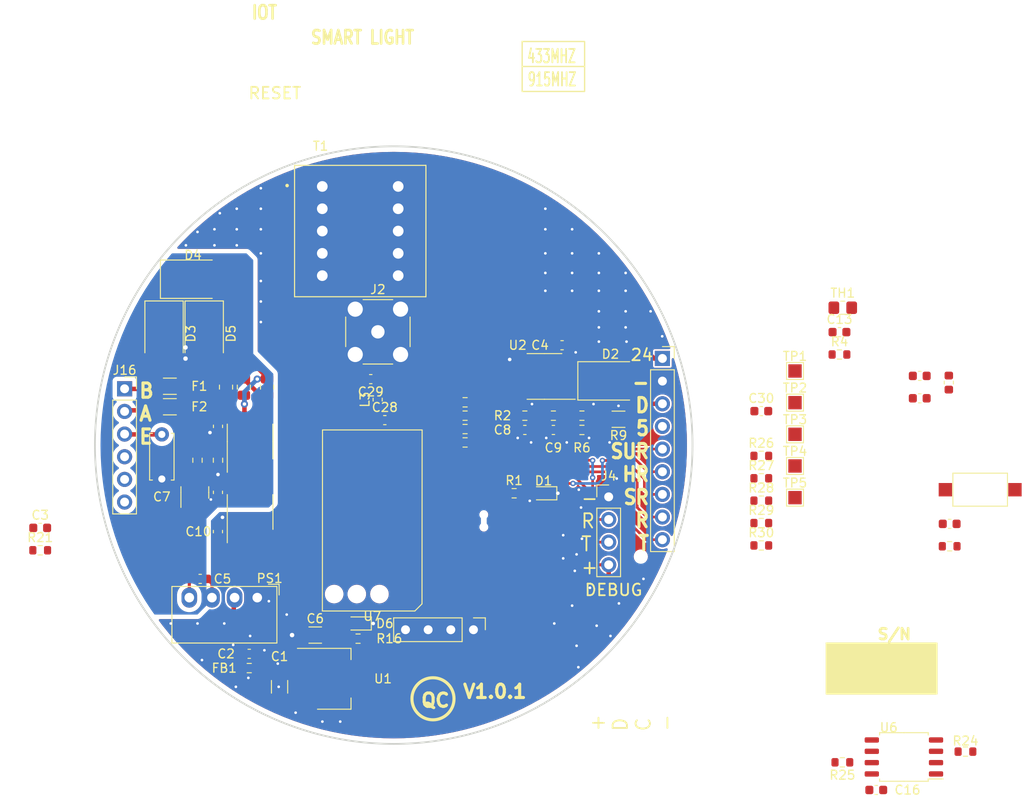
<source format=kicad_pcb>
(kicad_pcb (version 20221018) (generator pcbnew)
  (layers (0 "F.Cu" signal) (31 "B.Cu" signal) (34 "B.Paste" user) (35 "F.Paste" user) (36 "B.SilkS" user "B.Silkscreen") (37 "F.SilkS" user "F.Silkscreen") (38 "B.Mask" user) (39 "F.Mask" user) (44 "Edge.Cuts" user))
  (net 0 "")
  (net 1 "GNDPWR")
  (net 2 "Net-(PS1-+Vin)")
  (net 3 "GND3")
  (net 4 "+5VP")
  (net 5 "+3.3V")
  (net 6 "Net-(C8-Pad2)")
  (net 7 "Net-(U2A-+)")
  (net 8 "/B")
  (net 9 "/A")
  (net 10 "+5VD")
  (net 11 "/NRST")
  (net 12 "Earth_Protective")
  (net 13 "/DIM10V")
  (net 14 "/SURGE_PULSE")
  (net 15 "/ANT")
  (net 16 "/H_RELAY")
  (net 17 "/S_RELAY")
  (net 18 "Net-(D1-A)")
  (net 19 "Net-(D2-K)")
  (net 20 "/B_RS485")
  (net 21 "/A_RS485")
  (net 22 "Net-(C29-Pad1)")
  (net 23 "Net-(Q1-B)")
  (net 24 "/DE_RS485")
  (net 25 "/RUN_LED")
  (net 26 "/PWM_DAC")
  (net 27 "Net-(U2A--)")
  (net 28 "/TX_RS485")
  (net 29 "Net-(U2B--)")
  (net 30 "/RX_RS485")
  (net 31 "/SWDIO")
  (net 32 "/SWCLK")
  (net 33 "Net-(J2-In)")
  (net 34 "/DS18B20")
  (net 35 "/NTC")
  (net 37 "/RX")
  (net 38 "+24V")
  (net 41 "Net-(D6-A)")
  (net 42 "/TX")
  (net 43 "/UART2_TX")
  (net 44 "/HRE")
  (net 45 "/UART2_RX")
  (net 46 "/HLW_RX")
  (net 47 "/HLW_TX")
  (net 48 "/UART1_RX")
  (net 49 "/UART1_TX")
  (net 50 "/SRE")
  (net 51 "/SURGE")
  (net 52 "/FLASH_WP")
  (net 53 "/FLASH_HOLD")
  (net 54 "/FLASH_SCK")
  (net 55 "/FLASH_MISO")
  (net 56 "/FLASH_MOSI")
  (net 57 "/FLASH_CS")
  (net 64 "Net-(R21-Pad1)")
  (net 65 "+3.3VP")
  (net 66 "+5V")
  (net 68 "/ADC_NTC")
  (footprint "Resistor_SMD:R_0603_1608Metric" (layer "F.Cu") (at 254.11 76.27)
    (fp_text reference "R27")
    (fp_text value "10K")
  )
  (footprint "Capacitor_SMD:C_1206_3216Metric" (layer "F.Cu") (at 200.1 99.65 -90)
    (fp_text reference "C1")
    (fp_text value "10uF")
  )
  (footprint "Converter_DCDC:Converter_DCDC_Murata_MEE1SxxxxSC_THT" (layer "F.Cu") (at 197.6 89.65 -90)
    (fp_text reference "PS1")
    (fp_text value "MEE1S0505SC")
  )
  (footprint "Capacitor_SMD:C_0603_1608Metric" (layer "F.Cu") (at 211.9 69.75)
    (fp_text reference "C28")
    (fp_text value "7pF")
  )
  (footprint "TestPoint:TestPoint_Pad_1.5x1.5mm" (layer "F.Cu") (at 257.89 71.34)
    (fp_text reference "TP3")
    (fp_text value "GND")
  )
  (footprint "Package_SO:SOIC-8_5.23x5.23mm_P1.27mm" (layer "F.Cu") (at 270.1 107.515 180)
    (fp_text reference "U6")
    (fp_text value "W25Q32JVSS")
  )
  (footprint "Resistor_SMD:R_0805_2012Metric" (layer "F.Cu") (at 196.0975 66.0475 -90)
    (fp_text reference "R12" hide)
    (fp_text value "220R")
  )
  (footprint "Resistor_SMD:R_0603_1608Metric" (layer "F.Cu") (at 220.9 72.25 180)
    (fp_text reference "R18" hide)
    (fp_text value "0R")
  )
  (footprint "Capacitor_SMD:C_0603_1608Metric" (layer "F.Cu") (at 267 111.215)
    (fp_text reference "C16")
    (fp_text value "100nF")
  )
  (footprint "Resistor_SMD:R_0603_1608Metric" (layer "F.Cu") (at 226.4 77.95)
    (fp_text reference "R1")
    (fp_text value "10K")
  )
  (footprint "Capacitor_SMD:C_0603_1608Metric" (layer "F.Cu") (at 191.2 87.55 180)
    (fp_text reference "C5")
    (fp_text value "4.7uF")
  )
  (footprint "Package_SO:SOP-8_3.9x4.9mm_P1.27mm" (layer "F.Cu") (at 196.7975 80.0475 90)
    (fp_text reference "U3" hide)
    (fp_text value "CA-IS3722")
  )
  (footprint "Diode_SMD:D_SMB" (layer "F.Cu") (at 190.4 53.95)
    (fp_text reference "D4")
    (fp_text value "SMBJ5.0CA")
  )
  (footprint "Capacitor_SMD:C_0603_1608Metric" (layer "F.Cu") (at 193.1975 70.4475 -90)
    (fp_text reference "C12" hide)
    (fp_text value "100nF")
  )
  (footprint "Capacitor_SMD:C_1206_3216Metric" (layer "F.Cu") (at 204.1 93.85)
    (fp_text reference "C6")
    (fp_text value "10uF")
  )
  (footprint "Inductor_SMD:L_0603_1608Metric" (layer "F.Cu") (at 275.135 65.54 -90)
    (fp_text reference "FB3" hide)
    (fp_text value "FerriteBead")
  )
  (footprint "Resistor_SMD:R_0603_1608Metric" (layer "F.Cu") (at 254.11 83.8)
    (fp_text reference "R30")
    (fp_text value "22R")
  )
  (footprint "Capacitor_SMD:C_0603_1608Metric" (layer "F.Cu") (at 227.6 70.85)
    (fp_text reference "C8")
    (fp_text value "1uF")
  )
  (footprint "Resistor_SMD:R_0603_1608Metric" (layer "F.Cu") (at 277 106.915)
    (fp_text reference "R24")
    (fp_text value "2.2K")
  )
  (footprint "Resistor_SMD:R_0805_2012Metric" (layer "F.Cu") (at 198.6975 66.0475 -90)
    (fp_text reference "R11" hide)
    (fp_text value "220R")
  )
  (footprint "Resistor_SMD:R_0603_1608Metric" (layer "F.Cu") (at 220.9 67.75 180)
    (fp_text reference "R17" hide)
    (fp_text value "0R")
  )
  (footprint "Diode_SMD:D_SMB" (layer "F.Cu") (at 191.65 60.05 -90)
    (fp_text reference "D5")
    (fp_text value "SMBJ5.0CA")
  )
  (footprint "Resistor_SMD:R_0603_1608Metric" (layer "F.Cu") (at 190.8975 74.2475 -90)
    (fp_text reference "R7" hide)
    (fp_text value "6.8K")
  )
  (footprint "Capacitor_THT:C_Disc_D5.0mm_W2.5mm_P5.00mm" (layer "F.Cu") (at 186.9 76.35 90)
    (fp_text reference "C7")
    (fp_text value "4.7nF")
  )
  (footprint "Capacitor_SMD:C_0603_1608Metric" (layer "F.Cu") (at 210.325 65.15 180)
    (fp_text reference "C29")
    (fp_text value "7pF")
  )
  (footprint "Capacitor_SMD:C_0603_1608Metric" (layer "F.Cu") (at 271.875 64.79 180)
    (fp_text reference "C14" hide)
    (fp_text value "100nF")
  )
  (footprint "Capacitor_SMD:C_0603_1608Metric" (layer "F.Cu") (at 231.775 61.35)
    (fp_text reference "C4")
    (fp_text value "100nF")
  )
  (footprint "Resistor_SMD:R_0603_1608Metric" (layer "F.Cu") (at 230.8 69.25)
    (fp_text reference "R3" hide)
    (fp_text value "10K")
  )
  (footprint "Diode_SMD:D_SMB" (layer "F.Cu") (at 237.2 65.35)
    (fp_text reference "D2")
    (fp_text value "SMBJ12A")
  )
  (footprint "Package_SO:SOIC-8_3.9x4.9mm_P1.27mm" (layer "F.Cu") (at 196.7975 72.1475 90)
    (fp_text reference "U4" hide)
    (fp_text value "MAX485E")
  )
  (footprint "Package_TO_SOT_SMD:SOT-223-3_TabPin2" (layer "F.Cu") (at 206.2 98.75)
    (fp_text reference "U1")
    (fp_text value "AMS1117-3.3")
  )
  (footprint "Resistor_SMD:R_0603_1608Metric" (layer "F.Cu") (at 220.9 69.25 180)
    (fp_text reference "R19" hide)
    (fp_text value "0R")
  )
  (footprint "Package_TO_SOT_SMD:SOT-23" (layer "F.Cu") (at 190.6 77.8625 90)
    (fp_text reference "Q1" hide)
    (fp_text value "MMBT3906")
  )
  (footprint "Resistor_SMD:R_0603_1608Metric" (layer "F.Cu") (at 193.1975 74.2475 90)
    (fp_text reference "R8" hide)
    (fp_text value "22K")
  )
  (footprint "Diode_SMD:D_SMB" (layer "F.Cu") (at 187.15 60.05 -90)
    (fp_text reference "D3")
    (fp_text value "SMBJ5.0CA")
  )
  (footprint "TestPoint:TestPoint_Pad_1.5x1.5mm" (layer "F.Cu") (at 257.89 74.89)
    (fp_text reference "TP4")
    (fp_text value "digital")
  )
  (footprint "Resistor_SMD:R_0603_1608Metric" (layer "F.Cu") (at 220.9 70.75 180)
    (fp_text reference "R20" hide)
    (fp_text value "0R")
  )
  (footprint "Connector_PinHeader_2.54mm:PinHeader_1x04_P2.54mm_Vertical" (layer "F.Cu") (at 221.84 93.25 -90)
    (fp_text reference "J1" hide)
    (fp_text value "Conn_01x04_Pin" hide)
  )
  (footprint "Capacitor_SMD:C_0603_1608Metric" (layer "F.Cu") (at 193.1925 82.2475 90)
    (fp_text reference "C10")
    (fp_text value "100nF")
  )
  (footprint "Library:E77" (layer "F.Cu") (at 210.5 80.95 90)
    (fp_text reference "U7")
    (fp_text value "E77900M22S")
  )
  (footprint "Resistor_SMD:R_0603_1608Metric" (layer "F.Cu") (at 234 70.85 180)
    (fp_text reference "R6")
    (fp_text value "10K")
  )
  (footprint "Resistor_SMD:R_0603_1608Metric" (layer "F.Cu") (at 208.9 94.25)
    (fp_text reference "R16")
    (fp_text value "1K")
  )
  (footprint "Capacitor_SMD:C_0603_1608Metric" (layer "F.Cu") (at 271.875 67.3 180)
    (fp_text reference "C20" hide)
    (fp_text value "10uF")
  )
  (footprint "Inductor_SMD:L_0603_1608Metric" (layer "F.Cu") (at 211.1 67.45 90)
    (fp_text reference "L3")
    (fp_text value "15nH")
  )
  (footprint "Resistor_SMD:R_0603_1608Metric" (layer "F.Cu") (at 173.2625 84.34)
    (fp_text reference "R21")
    (fp_text value "10K")
  )
  (footprint "Connector_PinSocket_2.54mm:PinSocket_1x09_P2.54mm_Vertical" (layer "F.Cu") (at 243.025 62.835)
    (fp_text reference "J17" hide)
    (fp_text value "Conn_01x09_Pin")
  )
  (footprint "Capacitor_SMD:C_0603_1608Metric" (layer "F.Cu") (at 254.11 68.74)
    (fp_text reference "C30")
    (fp_text value "100pF")
  )
  (footprint "Resistor_SMD:R_0603_1608Metric" (layer "F.Cu") (at 254.11 73.76)
    (fp_text reference "R26")
    (fp_text value "4.7K")
  )
  (footprint "Resistor_SMD:R_0603_1608Metric" (layer "F.Cu") (at 275.23 83.89)
    (fp_text reference "R15" hide)
    (fp_text value "10K")
  )
  (footprint "Resistor_SMD:R_1206_3216Metric" (layer "F.Cu") (at 187.8 68.25)
    (fp_text reference "F2")
    (fp_text value "0.05A 60V JZ PTC")
  )
  (footprint "Resistor_SMD:R_0603_1608Metric" (layer "F.Cu") (at 227.6 69.25)
    (fp_text reference "R2")
    (fp_text value "10K")
  )
  (footprint "Capacitor_SMD:C_0603_1608Metric" (layer "F.Cu") (at 230.8 70.85)
    (fp_text reference "C9")
    (fp_text value "1uF")
  )
  (footprint "Package_SO:SOIC-8_3.9x4.9mm_P1.27mm" (layer "F.Cu") (at 229.8 64.85 180)
    (fp_text reference "U2")
    (fp_text value "LM358")
  )
  (footprint "Resistor_SMD:R_0603_1608Metric" (layer "F.Cu") (at 254.11 81.29)
    (fp_text reference "R29")
    (fp_text value "22R")
  )
  (footprint "Resistor_SMD:R_0603_1608Metric" (layer "F.Cu") (at 263.2 108.115 180)
    (fp_text reference "R25")
    (fp_text value "2.2K")
  )
  (footprint "Resistor_SMD:R_0805_2012Metric_Pad1.20x1.40mm_HandSolder" (layer "F.Cu") (at 263.245 57.15)
    (fp_text reference "TH1")
    (fp_text value "NTCS0805E3103HLT")
  )
  (footprint "Connector_PinHeader_2.54mm:PinHeader_1x04_P2.54mm_Vertical" (layer "F.Cu") (at 237 78.35)
    (fp_text reference "J4")
    (fp_text value "Conn_01x04_Pin")
  )
  (footprint "Capacitor_SMD:C_0603_1608Metric" (layer "F.Cu") (at 173.2625 81.83)
    (fp_text reference "C3")
    (fp_text value "100nF")
  )
  (footprint "Resistor_SMD:R_0603_1608Metric" (layer "F.Cu") (at 196.7 97.55 180)
    (fp_text reference "FB1")
    (fp_text value "100R")
  )
  (footprint "Resistor_SMD:R_0603_1608Metric" (layer "F.Cu") (at 262.875 62.39)
    (fp_text reference "R4")
    (fp_text value "6.8k")
  )
  (footprint "Resistor_SMD:R_0805_2012Metric" (layer "F.Cu") (at 194.0975 66.0475 90)
    (fp_text reference "R13" hide)
    (fp_text value "220R")
  )
  (footprint "Connector_PinSocket_2.54mm:PinSocket_1x06_P2.54mm_Vertical" (layer "F.Cu") (at 182.725 66.235)
    (fp_text reference "J16")
    (fp_text value "Conn_01x06_Pin")
  )
  (footprint "Capacitor_SMD:C_0603_1608Metric" (layer "F.Cu") (at 196.7 95.95 180)
    (fp_text reference "C2")
    (fp_text value "4.7uF")
  )
  (footprint "Capacitor_SMD:C_0603_1608Metric" (layer "F.Cu") (at 262.875 59.88)
    (fp_text reference "C13")
    (fp_text value "100n")
  )
  (footprint "Connector_Coaxial:SMA_Amphenol_132291-12_Vertical" (layer "F.Cu") (at 211.125 59.85)
    (fp_text reference "J2")
    (fp_text value "Conn_Coaxial")
  )
  (footprint "Resistor_SMD:R_1206_3216Metric" (layer "F.Cu") (at 238.1 69.65 180)
    (fp_text reference "R9")
    (fp_text value "10R")
  )
  (footprint "TestPoint:TestPoint_Pad_1.5x1.5mm" (layer "F.Cu") (at 257.89 78.44)
    (fp_text reference "TP5")
    (fp_text value "digital")
  )
  (footprint "Capacitor_SMD:C_0603_1608Metric" (layer "F.Cu") (at 275.23 81.38 180)
    (fp_text reference "C23" hide)
    (fp_text value "1uF")
  )
  (footprint "Resistor_SMD:R_0603_1608Metric" (layer "F.Cu") (at 254.11 78.78)
    (fp_text reference "R28")
    (fp_text value "22R")
  )
  (footprint "Capacitor_SMD:C_0603_1608Metric" (layer "F.Cu") (at 193.1925 77.8475 -90)
    (fp_text reference "C11" hide)
    (fp_text value "100nF")
  )
  (footprint "TestPoint:TestPoint_Pad_1.5x1.5mm" (layer "F.Cu") (at 257.89 64.24)
    (fp_text reference "TP1")
    (fp_text value "digital")
  )
  (footprint "EE13_6_6:BOBBIN_EE13_6_6" (layer "F.Cu") (at 209.145 48.55)
    (fp_text reference "T1")
    (fp_text value "EE13")
  )
  (footprint "Resistor_SMD:R_0603_1608Metric" (layer "F.Cu") (at 234 69.25)
    (fp_text reference "R5" hide)
    (fp_text value "33K")
  )
  (footprint "LED_SMD:LED_0603_1608Metric" (layer "F.Cu") (at 208.9 92.55 180)
    (fp_text reference "D6")
    (fp_text value "LED")
  )
  (footprint "Button_Switch_SMD:SW_SPST_CK_RS282G05A3" (layer "F.Cu") (at 278.65 77.55)
    (fp_text reference "SW1" hide)
    (fp_text value "SW_Push")
  )
  (footprint "TestPoint:TestPoint_Pad_1.5x1.5mm" (layer "F.Cu") (at 257.89 67.79)
    (fp_text reference "TP2")
    (fp_text value "3.3V")
  )
  (footprint "Resistor_SMD:R_1206_3216Metric" (layer "F.Cu") (at 187.8 65.95)
    (fp_text reference "F1")
    (fp_text value "0.05A 60V JZ PTC")
  )
  (footprint "LED_SMD:LED_0603_1608Metric" (layer "F.Cu") (at 229.7 77.95 180)
    (fp_text reference "D1")
    (fp_text value "LED")
  )
  (gr_circle (center 217.3 100.991505) (end 219.658495 100.991505) (stroke (width 0.35)) (fill none) (layer "F.SilkS"))
  (gr_rect (start 227.3 27.3) (end 234.3 32.9) (stroke (width 0.15)) (fill none) (layer "F.SilkS"))
  (gr_rect (start 261.4 94.75) (end 273.8 100.45) (stroke (width 0.15)) (fill solid) (layer "F.SilkS"))
  (gr_line (start 234.3 30.1) (end 227.3 30.1) (stroke (width 0.15)) (layer "F.SilkS"))
  (gr_circle locked (center 212.9 72.55) (end 246.4 72.55) (stroke (width 0.2)) (fill none) (layer "Edge.Cuts"))
  (gr_text "24" (at 239.35 63.2) (layer "F.SilkS") (effects (font (size 1.3 1.3) (thickness 0.2)) (justify left bottom)))
  (gr_text "V1.0.1" (at 220.5 101.05) (layer "F.SilkS") (effects (font (size 1.5 1.5) (thickness 0.35) bold) (justify left bottom)))
  (gr_text "+\nD\nC\n-\n" (at 244.4 104.75 90) (layer "F.SilkS") (effects (font (size 1.6 1.5) (thickness 0.2)) (justify left bottom)))
  (gr_text "DEBUG" (at 234.2 89.55) (layer "F.SilkS") (effects (font (size 1.3 1.3) (thickness 0.2)) (justify left bottom)))
  (gr_text "IOT" (at 198.4 24.05) (layer "F.SilkS") (effects (font (size 1.5 1.2) (thickness 0.3) bold)))
  (gr_text "SMART LIGHT\n\n" (at 209.4 28.05) (layer "F.SilkS") (effects (font (size 1.5 1.2) (thickness 0.3) bold)))
  (gr_text "B\nA\nE\n" (at 184.2 72.55) (layer "F.SilkS") (effects (font (size 1.6 1.5) (thickness 0.35) bold) (justify left bottom)))
  (gr_text "-\nD\n5\nSUR\nHR\nSR\nR\nT" (at 241.695 84.485) (layer "F.SilkS") (effects (font (size 1.6 1.4) (thickness 0.35) bold) (justify right bottom)))
  (gr_text "-\nR\nT\n+\n" (at 233.8 87.15) (layer "F.SilkS") (effects (font (size 1.6 1.5) (thickness 0.2)) (justify left bottom)))
  (gr_text "S/N" (at 267 94.45) (layer "F.SilkS") (effects (font (size 1.2 1.2) (thickness 0.3) bold) (justify left bottom)))
  (gr_text "433MHZ" (at 230.6 28.95) (layer "F.SilkS") (effects (font (size 1.5 0.9) (thickness 0.2))))
  (gr_text "915MHZ" (at 230.65 31.55) (layer "F.SilkS") (effects (font (size 1.5 0.9) (thickness 0.2))))
  (gr_text "RESET" (at 196.5 33.85) (layer "F.SilkS") (effects (font (size 1.3 1.3) (thickness 0.2)) (justify left bottom)))
  (gr_text "QC" (at 215.8 102.041505) (layer "F.SilkS") (effects (font (size 1.5 1.5) (thickness 0.35) bold) (justify left bottom)))
  (segment (start 202.625 93.85) (end 201.5 93.85) (width 0.5) (layer "F.Cu") (net 1))
  (segment (start 197.5075 95.9175) (end 197.475 95.95) (width 0.35) (layer "F.Cu") (net 1))
  (segment (start 209.6875 92.55) (end 210.6 92.55) (width 0.35) (layer "F.Cu") (net 1))
  (segment (start 193.6175 81.0475) (end 198.0975 81.0475) (width 0.35) (layer "F.Cu") (net 1))
  (segment (start 232.55 61.35) (end 232.55 62.67) (width 0.5) (layer "F.Cu") (net 1))
  (segment (start 232.55 61.35) (end 232.95 60.95) (width 0.5) (layer "F.Cu") (net 1))
  (segment (start 193.7 80.65) (end 193.1925 81.1575) (width 0.35) (layer "F.Cu") (net 1))
  (segment (start 199.7 98.175) (end 197.475 95.95) (width 0.5) (layer "F.Cu") (net 1))
  (segment (start 226.825 71.725) (end 226.8 71.75) (width 0.3) (layer "F.Cu") (net 1))
  (segment (start 234.825 70.85) (end 234.825 71.725) (width 0.3) (layer "F.Cu") (net 1))
  (segment (start 193.1925 81.4725) (end 193.6175 81.0475) (width 0.35) (layer "F.Cu") (net 1))
  (segment (start 200.1 98.175) (end 199.7 98.175) (width 0.5) (layer "F.Cu") (net 1))
  (segment (start 203.05 96.45) (end 201.825 96.45) (width 0.5) (layer "F.Cu") (net 1))
  (segment (start 227.325 62.945) (end 225.905 62.945) (width 0.35) (layer "F.Cu") (net 1))
  (segment (start 225.905 62.945) (end 225.9 62.95) (width 0.35) (layer "F.Cu") (net 1))
  (segment (start 234.825 71.725) (end 234.8 71.75) (width 0.3) (layer "F.Cu") (net 1))
  (segment (start 202.625 96.025) (end 203.05 96.45) (width 0.5) (layer "F.Cu") (net 1))
  (segment (start 201.825 96.45) (end 200.1 98.175) (width 0.5) (layer "F.Cu") (net 1))
  (segment (start 232.95 60.95) (end 235.9 60.95) (width 0.5) (layer "F.Cu") (net 1))
  (segment (start 239.35 65.35) (end 243 65.35) (width 0.5) (layer "F.Cu") (net 1))
  (segment (start 197.5075 89.7425) (end 197.5075 95.9175) (width 0.35) (layer "F.Cu") (net 1))
  (segment (start 226.825 70.85) (end 226.825 71.725) (width 0.3) (layer "F.Cu") (net 1))
  (segment (start 197.6 89.65) (end 197.5075 89.7425) (width 0.35) (layer "F.Cu") (net 1))
  (segment (start 198.7025 81.6525) (end 198.7025 82.6725) (width 0.35) (layer "F.Cu") (net 1))
  (segment (start 198.0975 81.0475) (end 198.7025 81.6525) (width 0.35) (layer "F.Cu") (net 1))
  (segment (start 230.025 71.725) (end 230 71.75) (width 0.3) (layer "F.Cu") (net 1))
  (segment (start 243 65.35) (end 243.025 65.375) (width 0.5) (layer "F.Cu") (net 1))
  (segment (start 235.9 60.95) (end 239 60.95) (width 0.5) (layer "F.Cu") (net 1))
  (segment (start 239 60.95) (end 242.825 65.375) (width 0.5) (layer "F.Cu") (net 1))
  (segment (start 193.1925 81.1575) (end 193.1925 81.4725) (width 0.35) (layer "F.Cu") (net 1))
  (segment (start 230.4875 77.95) (end 231.3 77.95) (width 0.35) (layer "F.Cu") (net 1))
  (segment (start 230.025 70.85) (end 230.025 71.725) (width 0.3) (layer "F.Cu") (net 1))
  (segment (start 232.55 62.67) (end 232.275 62.945) (width 0.5) (layer "F.Cu") (net 1))
  (segment (start 202.625 93.85) (end 202.625 96.025) (width 0.5) (layer "F.Cu") (net 1))
  (segment (start 242.825 65.375) (end 243.025 65.375) (width 0.5) (layer "F.Cu") (net 1))
  (via (at 243 60.35) (size 0.6) (drill 0.3) (layers "F.Cu" "B.Cu") (net 1))
  (via (at 196.8 93.95) (size 0.6) (drill 0.3) (layers "F.Cu" "B.Cu") (net 1))
  (via (at 230.9 92.55) (size 0.6) (drill 0.3) (layers "F.Cu" "B.Cu") (net 1))
  (via (at 237.9 76.3) (size 0.6) (drill 0.3) (layers "F.Cu" "B.Cu") (net 1))
  (via (at 199.9 97.05) (size 0.6) (drill 0.3) (layers "F.Cu" "B.Cu") (net 1))
  (via (at 206.9 103.55) (size 0.6) (drill 0.3) (layers "F.Cu" "B.Cu") (net 1))
  (via (at 232.3 72.25) (size 0.6) (drill 0.3) (layers "F.Cu" "B.Cu") (net 1))
  (via (at 194.9 94.95) (size 0.6) (drill 0.3) (layers "F.Cu" "B.Cu") (net 1))
  (via (at 200 99.65) (size 0.6) (drill 0.3) (layers "F.Cu" "B.Cu") (net 1))
  (via (at 193.4 46.55) (size 0.6) (drill 0.3) (layers "F.Cu" "B.Cu") (net 1))
  (via (at 237.1 72.25) (size 0.6) (drill 0.3) (layers "F.Cu" "B.Cu") (net 1))
  (via (at 198.9 90.05) (size 0.6) (drill 0.3) (layers "F.Cu" "B.Cu") (net 1))
  (via (at 192.8 50.15) (size 0.6) (drill 0.3) (layers "F.Cu" "B.Cu") (net 1))
  (via (at 240.9 87.55) (size 0.6) (drill 0.3) (layers "F.Cu" "B.Cu") (net 1))
  (via (at 232.9 90.55) (size 0.6) (drill 0.3) (layers "F.Cu" "B.Cu") (net 1))
  (via (at 232.9 48.35) (size 0.6) (drill 0.3) (layers "F.Cu" "B.Cu") (net 1))
  (via (at 233.9 79.55) (size 0.6) (drill 0.3) (layers "F.Cu" "B.Cu") (net 1))
  (via (at 228.15 78.8) (size 0.6) (drill 0.3) (layers "F.Cu" "B.Cu") (net 1))
  (via (at 229.9 51.05) (size 0.6) (drill 0.3) (layers "F.Cu" "B.Cu") (net 1))
  (via (at 228.4 67.95) (size 0.6) (drill 0.3) (layers "F.Cu" "B.Cu") (net 1))
  (via (at 237.2 93.95) (size 0.6) (drill 0.3) (layers "F.Cu" "B.Cu") (net 1))
  (via (at 233.3 62.15) (size 0.6) (drill 0.3) (layers "F.Cu" "B.Cu") (net 1))
  (via (at 198 56.45) (size 0.6) (drill 0.3) (layers "F.Cu" "B.Cu") (net 1))
  (via (at 200.9 91.55) (size 0.6) (drill 0.3) (layers "F.Cu" "B.Cu") (net 1))
  (via (at 235.65 92.8) (size 0.6) (drill 0.3) (layers "F.Cu" "B.Cu") (net 1))
  (via (at 235.3 67.95) (size 0.6) (drill 0.3) (layers "F.Cu" "B.Cu") (net 1))
  (via (at 233.6 97.45) (size 0.6) (drill 0.3) (layers "F.Cu" "B.Cu") (net 1))
  (via (at 187.9 92.55) (size 0.6) (drill 0.3) (layers "F.Cu" "B.Cu") (net 1))
  (via (at 230 71.75) (size 0.6) (drill 0.3) (layers "F.Cu" "B.Cu") (net 1))
  (via (at 232.9 51.05) (size 0.6) (drill 0.3) (layers "F.Cu" "B.Cu") (net 1))
  (via (at 210.6 92.55) (size 0.8) (drill 0.4) (layers "F.Cu" "B.Cu") (net 1))
  (via (at 231.3 77.95) (size 0.8) (drill 0.4) (layers "F.Cu" "B.Cu") (net 1))
  (via (at 235.9 51.05) (size 0.6) (drill 0.3) (layers "F.Cu" "B.Cu") (net 1))
  (via (at 235.9 53.25) (size 0.6) (drill 0.3) (layers "F.Cu" "B.Cu") (net 1))
  (via (at 195.3 48.35) (size 0.6) (drill 0.3) (layers "F.Cu" "B.Cu") (net 1))
  (via (at 229.9 55.25) (size 0.6) (drill 0.3) (layers "F.Cu" "B.Cu") (net 1))
  (via (at 198 48.35) (size 0.6) (drill 0.3) (layers "F.Cu" "B.Cu") (net 1))
  (via (at 229.9 46.05) (size 0.6) (drill 0.3) (layers "F.Cu" "B.Cu") (net 1))
  (via (at 231.9 85.25) (size 0.6) (drill 0.3) (layers "F.Cu" "B.Cu") (net 1))
  (via (at 196.6 98.65) (size 0.6) (drill 0.3) (layers "F.Cu" "B.Cu") (net 1))
  (via (at 229.9 53.25) (size 0.6) (drill 0.3) (layers "F.Cu" "B.Cu") (net 1))
  (via (at 195.2 99.65) (size 0.6) (drill 0.3) (layers "F.Cu" "B.Cu") (net 1))
  (via (at 234.8 71.75) (size 0.6) (drill 0.3) (layers "F.Cu" "B.Cu") (net 1))
  (via (at 193.7 80.65) (size 0.8) (drill 0.4) (layers "F.Cu" "B.Cu") (net 1))
  (via (at 193.9 92.55) (size 0.6) (drill 0.3) (layers "F.Cu" "B.Cu") (net 1))
  (via (at 233.4 95.05) (size 0.6) (drill 0.3) (layers "F.Cu" "B.Cu") (net 1))
  (via (at 198.4 95.55) (size 0.6) (drill 0.3) (layers "F.Cu" "B.Cu") (net 1))
  (via (at 198 54.15) (size 0.6) (drill 0.3) (layers "F.Cu" "B.Cu") (net 1))
  (via (at 232.9 53.25) (size 0.6) (drill 0.3) (layers "F.Cu" "B.Cu") (net 1))
  (via (at 234.9 88.55) (size 0.6) (drill 0.3) (layers "F.Cu" "B.Cu") (net 1))
  (via (at 189.6 50.15) (size 0.6) (drill 0.3) (layers "F.Cu" "B.Cu") (net 1))
  (via (at 195.3 46.05) (size 0.6) (drill 0.3) (layers "F.Cu" "B.Cu") (net 1))
  (via (at 225.9 62.95) (size 0.8) (drill 0.4) (layers "F.Cu" "B.Cu") (net 1))
  (via (at 235.9 59.35) (size 0.6) (drill 0.3) (layers "F.Cu" "B.Cu") (net 1))
  (via (at 198 43.75) (size 0.6) (drill 0.3) (layers "F.Cu" "B.Cu") (net 1))
  (via (at 190.9 48.65) (size 0.6) (drill 0.3) (layers "F.Cu" "B.Cu") (net 1))
  (via (at 204.9 103.55) (size 0.6) (drill 0.3) (layers "F.Cu" "B.Cu") (net 1))
  (via (at 191.4 96.65) (size 0.6) (drill 0.3) (layers "F.Cu" "B.Cu") (net 1))
  (via (at 238.15 90.3) (size 0.6) (drill 0.3) (layers "F.Cu" "B.Cu") (net 1))
  (via (at 228.3 72.25) (size 0.6) (drill 0.3) (layers "F.Cu" "B.Cu") (net 1))
  (via (at 231.9 82.65) (size 0.6) (drill 0.3) (layers "F.Cu" "B.Cu") (net 1))
  (via (at 229.9 48.35) (size 0.6) (drill 0.3) (layers "F.Cu" "B.Cu") (net 1))
  (via (at 234 83.05) (size 0.6) (drill 0.3) (layers "F.Cu" "B.Cu") (net 1))
  (via (at 198 46.05) (size 0.6) (drill 0.3) (layers "F.Cu" "B.Cu") (net 1))
  (via (at 235.9 60.95) (size 0.6) (drill 0.3) (layers "F.Cu" "B.Cu") (net 1))
  (via (at 201.9 102.55) (size 0.6) (drill 0.3) (layers "F.Cu" "B.Cu") (net 1))
  (via (at 238.9 57.55) (size 0.6) (drill 0.3) (layers "F.Cu" "B.Cu") (net 1))
  (via (at 232.9 55.25) (size 0.6) (drill 0.3) (layers "F.Cu" "B.Cu") (net 1))
  (via (at 235.9 57.55) (size 0.6) (drill 0.3) (layers "F.Cu" "B.Cu") (net 1))
  (via (at 198 58.75) (size 0.6) (drill 0.3) (layers "F.Cu" "B.Cu") (net 1))
  (via (at 238.9 53.25) (size 0.6) (drill 0.3) (layers "F.Cu" "B.Cu") (net 1))
  (via (at 233.2 86.65) (size 0.6) (drill 0.3) (layers "F.Cu" "B.Cu") (net 1))
  (via (at 239 60.95) (size 0.6) (drill 0.3) (layers "F.Cu" "B.Cu") (net 1))
  (via (at 201.5 93.85) (size 1) (drill 0.5) (layers "F.Cu" "B.Cu") (net 1))
  (via (at 192.8 48.35) (size 0.6) (drill 0.3) (layers "F.Cu" "B.Cu") (net 1))
  (via (at 233.4 84.8) (size 0.6) (drill 0.3) (layers "F.Cu" "B.Cu") (net 1))
  (via (at 241.7 57.55) (size 0.6) (drill 0.3) (layers "F.Cu" "B.Cu") (net 1))
  (via (at 238.9 55.25) (size 0.6) (drill 0.3) (layers "F.Cu" "B.Cu") (net 1))
  (via (at 195.3 50.15) (size 0.6) (drill 0.3) (layers "F.Cu" "B.Cu") (net 1))
  (via (at 235.9 55.25) (size 0.6) (drill 0.3) (layers "F.Cu" "B.Cu") (net 1))
  (via (at 233.65 77.55) (size 0.6) (drill 0.3) (layers "F.Cu" "B.Cu") (net 1))
  (via (at 238.9 59.35) (size 0.6) (drill 0.3) (layers "F.Cu" "B.Cu") (net 1))
  (via (at 226.8 71.75) (size 0.6) (drill 0.3) (layers "F.Cu" "B.Cu") (net 1))
  (via (at 238.1 68.15) (size 0.6) (drill 0.3) (layers "F.Cu" "B.Cu") (net 1))
  (via (at 190.9 92.55) (size 0.6) (drill 0.3) (layers "F.Cu" "B.Cu") (net 1))
  (via (at 198 51.05) (size 0.6) (drill 0.3) (layers "F.Cu" "B.Cu") (net 1))
  (segment (start 194.9675 89.7425) (end 194.9675 93.69) (width 0.5) (layer "F.Cu") (net 2))
  (segment (start 194.9675 93.69) (end 195.875 94.5975) (width 0.5) (layer "F.Cu") (net 2))
  (segment (start 195.875 94.5975) (end 195.875 97.55) (width 0.5) (layer "F.Cu") (net 2))
  (segment (start 195.06 89.65) (end 194.9675 89.7425) (width 0.5) (layer "F.Cu") (net 2))
  (segment (start 193.1925 78.6225) (end 192.4275 78.6225) (width 0.35) (layer "F.Cu") (net 3))
  (segment (start 191.1 86.675) (end 191.975 87.55) (width 0.35) (layer "F.Cu") (net 3))
  (segment (start 197.9975 79.1475) (end 198.7025 78.4425) (width 0.35) (layer "F.Cu") (net 3))
  (segment (start 198.0975 71.3475) (end 193.3225 71.3475) (width 0.35) (layer "F.Cu") (net 3))
  (segment (start 193.1925 79.235317) (end 191.1 81.327817) (width 0.35) (layer "F.Cu") (net 3))
  (segment (start 193.3225 71.3475) (end 193.1975 71.2225) (width 0.35) (layer "F.Cu") (net 3))
  (segment (start 198.7025 66.965) (end 198.6975 66.96) (width 0.5) (layer "F.Cu") (net 3))
  (segment (start 198.7025 69.6725) (end 198.7025 66.965) (width 0.5) (layer "F.Cu") (net 3))
  (segment (start 198.7025 69.6725) (end 198.7025 70.7425) (width 0.35) (layer "F.Cu") (net 3))
  (segment (start 192.3725 71.2225) (end 192.2975 71.1475) (width 0.35) (layer "F.Cu") (net 3))
  (segment (start 198.7025 78.4425) (end 198.7025 77.4225) (width 0.35) (layer "F.Cu") (net 3))
  (segment (start 194.3975 79.1475) (end 197.9975 79.1475) (width 0.35) (layer "F.Cu") (net 3))
  (segment (start 193.1975 75.0725) (end 193.1975 75.8475) (width 0.35) (layer "F.Cu") (net 3))
  (segment (start 198.7025 70.7425) (end 198.0975 71.3475) (width 0.35) (layer "F.Cu") (net 3))
  (segment (start 193.1925 78.6225) (end 193.1925 79.235317) (width 0.35) (layer "F.Cu") (net 3))
  (segment (start 193.8725 78.6225) (end 194.3975 79.1475) (width 0.35) (layer "F.Cu") (net 3))
  (segment (start 193.1975 71.2225) (end 192.3725 71.2225) (width 0.35) (layer "F.Cu") (net 3))
  (segment (start 192.4275 78.6225) (end 192.4 78.65) (width 0.35) (layer "F.Cu") (net 3))
  (segment (start 191.1 81.327817) (end 191.1 86.675) (width 0.35) (layer "F.Cu") (net 3))
  (segment (start 193.1925 78.6225) (end 193.8725 78.6225) (width 0.35) (layer "F.Cu") (net 3))
  (segment (start 192.52 89.65) (end 192.52 88.095) (width 0.35) (layer "F.Cu") (net 3))
  (segment (start 192.52 88.095) (end 191.975 87.55) (width 0.35) (layer "F.Cu") (net 3))
  (via (at 189.555 61.6) (size 1) (drill 0.5) (layers "F.Cu" "B.Cu") (net 3))
  (via (at 193.1975 75.8475) (size 0.8) (drill 0.4) (layers "F.Cu" "B.Cu") (net 3))
  (via (at 192.2975 71.1475) (size 0.8) (drill 0.4) (layers "F.Cu" "B.Cu") (net 3))
  (via (at 189.555 62.85) (size 1) (drill 0.5) (layers "F.Cu" "B.Cu") (net 3))
  (via (at 192.4 78.65) (size 0.6) (drill 0.3) (layers "F.Cu" "B.Cu") (net 3))
  (segment (start 188.65 85.8) (end 188.65 71.895) (width 0.35) (layer "F.Cu") (net 4))
  (segment (start 194.8925 68.4425) (end 194.8925 69.6725) (width 0.5) (layer "F.Cu") (net 4))
  (segment (start 190.425 87.55) (end 190.425 81.025) (width 0.35) (layer "F.Cu") (net 4))
  (segment (start 194.8925 77.4225) (end 193.5425 77.4225) (width 0.35) (layer "F.Cu") (net 4))
  (segment (start 190.425 81.025) (end 191.55 79.9) (width 0.35) (layer "F.Cu") (net 4))
  (segment (start 194.0975 67.6475) (end 194.8925 68.4425) (width 0.5) (layer "F.Cu") (net 4))
  (segment (start 193.1975 69.6725) (end 194.8925 69.6725) (width 0.35) (layer "F.Cu") (net 4))
  (segment (start 188.65 71.895) (end 190.8725 69.6725) (width 0.35) (layer "F.Cu") (net 4))
  (segment (start 194.0975 66.96) (end 194.0975 67.6475) (width 0.5) (layer "F.Cu") (net 4))
  (segment (start 191.55 79.9) (end 191.55 78.8) (width 0.35) (layer "F.Cu") (net 4))
  (segment (start 189.98 89.65) (end 189.98 87.995) (width 0.35) (layer "F.Cu") (net 4))
  (segment (start 192.3775 77.0725) (end 193.1925 77.0725) (width 0.35) (layer "F.Cu") (net 4))
  (segment (start 191.55 77.9) (end 192.3775 77.0725) (width 0.35) (layer "F.Cu") (net 4))
  (segment (start 191.55 78.8) (end 191.55 77.9) (width 0.35) (layer "F.Cu") (net 4))
  (segment (start 193.5425 77.4225) (end 193.1925 77.0725) (width 0.35) (layer "F.Cu") (net 4))
  (segment (start 190.425 87.55) (end 190.4 87.55) (width 0.35) (layer "F.Cu") (net 4))
  (segment (start 190.8725 69.6725) (end 193.1975 69.6725) (width 0.35) (layer "F.Cu") (net 4))
  (segment (start 189.98 87.995) (end 190.425 87.55) (width 0.35) (layer "F.Cu") (net 4))
  (segment (start 190.4 87.55) (end 188.65 85.8) (width 0.35) (layer "F.Cu") (net 4))
  (segment (start 237 88.05) (end 229.5 95.55) (width 0.5) (layer "F.Cu") (net 5))
  (segment (start 205.575 93.85) (end 205.575 93.325) (width 0.8) (layer "F.Cu") (net 5))
  (segment (start 207.2 94.25) (end 206.9 93.95) (width 0.35) (layer "F.Cu") (net 5))
  (segment (start 232.6 85.15) (end 233.42 85.97) (width 0.35) (layer "F.Cu") (net 5))
  (segment (start 194.5425 83.0225) (end 194.8925 82.6725) (width 0.35) (layer "F.Cu") (net 5))
  (segment (start 203.05 98.75) (end 205.5 98.75) (width 0.5) (layer "F.Cu") (net 5))
  (segment (start 233.42 85.97) (end 237 85.97) (width 0.35) (layer "F.Cu") (net 5))
  (segment (start 205.575 98.675) (end 205.5 98.75) (width 0.5) (layer "F.Cu") (net 5))
  (segment (start 193.1925 86.4425) (end 194.5 87.75) (width 0.5) (layer "F.Cu") (net 5))
  (segment (start 205.575 93.85) (end 205.575 98.675) (width 0.5) (layer "F.Cu") (net 5))
  (segment (start 205.675 93.95) (end 205.575 93.85) (width 0.35) (layer "F.Cu") (net 5))
  (segment (start 205 93.85) (end 205.575 93.85) (width 0.5) (layer "F.Cu") (net 5))
  (segment (start 205.5 98.75) (end 209.35 98.75) (width 0.5) (layer "F.Cu") (net 5))
  (segment (start 207.275 95.55) (end 205.575 93.85) (width 0.5) (layer "F.Cu") (net 5))
  (segment (start 193.1925 83.0225) (end 194.5425 83.0225) (width 0.35) (layer "F.Cu") (net 5))
  (segment (start 194.5 87.75) (end 198.9 87.75) (width 0.5) (layer "F.Cu") (net 5))
  (segment (start 208.075 94.25) (end 207.2 94.25) (width 0.35) (layer "F.Cu") (net 5))
  (segment (start 237 85.97) (end 237 88.05) (width 0.5) (layer "F.Cu") (net 5))
  (segment (start 229.5 95.55) (end 207.275 95.55) (width 0.5) (layer "F.Cu") (net 5))
  (segment (start 206.9 93.95) (end 205.675 93.95) (width 0.35) (layer "F.Cu") (net 5))
  (segment (start 198.9 87.75) (end 205 93.85) (width 0.5) (layer "F.Cu") (net 5))
  (segment (start 193.1925 83.0225) (end 193.1925 86.4425) (width 0.5) (layer "F.Cu") (net 5))
  (segment (start 228.425 70.8) (end 228.375 70.85) (width 0.5) (layer "F.Cu") (net 6))
  (segment (start 228.425 69.25) (end 229.975 69.25) (width 0.5) (layer "F.Cu") (net 6))
  (segment (start 228.425 69.25) (end 228.425 70.8) (width 0.5) (layer "F.Cu") (net 6))
  (segment (start 230.1 67.725) (end 231.625 69.25) (width 0.35) (layer "F.Cu") (net 7))
  (segment (start 231.625 69.25) (end 231.625 70.8) (width 0.5) (layer "F.Cu") (net 7))
  (segment (start 230.735 64.215) (end 230.1 64.85) (width 0.35) (layer "F.Cu") (net 7))
  (segment (start 232.275 64.215) (end 230.735 64.215) (width 0.35) (layer "F.Cu") (net 7))
  (segment (start 231.625 70.8) (end 231.575 70.85) (width 0.5) (layer "F.Cu") (net 7))
  (segment (start 230.1 64.85) (end 230.1 67.725) (width 0.35) (layer "F.Cu") (net 7))
  (segment (start 186.3375 65.95) (end 186.0375 66.25) (width 0.5) (layer "F.Cu") (net 8))
  (segment (start 186.0375 66.25) (end 182.74 66.25) (width 0.5) (layer "F.Cu") (net 8))
  (segment (start 182.74 66.25) (end 182.725 66.235) (width 0.5) (layer "F.Cu") (net 8))
  (segment (start 186.3375 68.25) (end 185.9375 68.65) (width 0.5) (layer "F.Cu") (net 9))
  (segment (start 182.85 68.65) (end 182.725 68.775) (width 0.5) (layer "F.Cu") (net 9))
  (segment (start 185.9375 68.65) (end 182.85 68.65) (width 0.5) (layer "F.Cu") (net 9))
  (segment (start 198.875 101.125) (end 200.1 101.125) (width 0.8) (layer "F.Cu") (net 10))
  (segment (start 202.975 101.125) (end 203.05 101.05) (width 0.8) (layer "F.Cu") (net 10))
  (segment (start 197.525 99.775) (end 198.875 101.125) (width 0.8) (layer "F.Cu") (net 10))
  (segment (start 197.525 97.55) (end 197.525 99.775) (width 0.8) (layer "F.Cu") (net 10))
  (segment (start 200.1 101.125) (end 202.975 101.125) (width 0.8) (layer "F.Cu") (net 10))
  (segment (start 182.76 71.35) (end 182.725 71.315) (width 0.5) (layer "F.Cu") (net 12))
  (segment (start 186.9 71.35) (end 182.76 71.35) (width 0.5) (layer "F.Cu") (net 12))
  (segment (start 241.2975 67.915) (end 239.5625 69.65) (width 0.5) (layer "F.Cu") (net 13))
  (segment (start 243.025 67.915) (end 241.2975 67.915) (width 0.5) (layer "F.Cu") (net 13))
  (segment (start 226.145 72.995) (end 243.025 72.995) (width 0.3) (layer "F.Cu") (net 14))
  (segment (start 225.4 72.25) (end 226.145 72.995) (width 0.3) (layer "F.Cu") (net 14))
  (segment (start 225.4 66.85) (end 225.4 72.25) (width 0.3) (layer "F.Cu") (net 14))
  (segment (start 239.4745 73.6245) (end 225.8745 73.6245) (width 0.3) (layer "F.Cu") (net 16))
  (segment (start 224.9 72.65) (end 224.9 67.25) (width 0.3) (layer "F.Cu") (net 16))
  (segment (start 243.025 75.535) (end 241.385 75.535) (width 0.3) (layer "F.Cu") (net 16))
  (segment (start 225.8745 73.6245) (end 224.9 72.65) (width 0.3) (layer "F.Cu") (net 16))
  (segment (start 224.9 67.25) (end 223.9 66.25) (width 0.3) (layer "F.Cu") (net 16))
  (segment (start 241.385 75.535) (end 239.4745 73.6245) (width 0.3) (layer "F.Cu") (net 16))
  (segment (start 241 77.45) (end 241.625 78.075) (width 0.3) (layer "F.Cu") (net 17))
  (segment (start 241.625 78.075) (end 243.025 78.075) (width 0.3) (layer "F.Cu") (net 17))
  (segment (start 225 76.85) (end 221.9 73.75) (width 0.3) (layer "F.Cu") (net 17))
  (segment (start 238.924 74.274) (end 241 76.35) (width 0.3) (layer "F.Cu") (net 17))
  (segment (start 236.3 74.274) (end 238.924 74.274) (width 0.3) (layer "F.Cu") (net 17))
  (segment (start 241 76.35) (end 241 77.45) (width 0.3) (layer "F.Cu") (net 17))
  (segment (start 233 76.85) (end 225 76.85) (width 0.3) (layer "F.Cu") (net 17))
  (via (at 236.3 74.274) (size 0.6) (drill 0.3) (layers "F.Cu" "B.Cu") (net 17))
  (via (at 233 76.85) (size 0.6) (drill 0.3) (layers "F.Cu" "B.Cu") (net 17))
  (segment (start 233 76.85) (end 235.8 76.85) (width 0.3) (layer "B.Cu") (net 17))
  (segment (start 236.3 76.35) (end 236.3 74.274) (width 0.3) (layer "B.Cu") (net 17))
  (segment (start 235.8 76.85) (end 236.3 76.35) (width 0.3) (layer "B.Cu") (net 17))
  (segment (start 227.225 77.95) (end 228.9125 77.95) (width 0.35) (layer "F.Cu") (net 18))
  (segment (start 236.6375 66.9375) (end 235.05 65.35) (width 0.5) (layer "F.Cu") (net 19))
  (segment (start 235.05 65.35) (end 233.645 66.755) (width 0.5) (layer "F.Cu") (net 19))
  (segment (start 232.33 66.755) (end 234.825 69.25) (width 0.35) (layer "F.Cu") (net 19))
  (segment (start 232.275 66.755) (end 232.33 66.755) (width 0.35) (layer "F.Cu") (net 19))
  (segment (start 233.645 66.755) (end 232.275 66.755) (width 0.5) (layer "F.Cu") (net 19))
  (segment (start 236.6375 69.65) (end 236.6375 66.9375) (width 0.5) (layer "F.Cu") (net 19))
  (segment (start 187 57.9) (end 185.25 57.9) (width 0.5) (layer "F.Cu") (net 20))
  (segment (start 197.61 65.135) (end 197.5975 65.1475) (width 0.5) (layer "F.Cu") (net 20))
  (segment (start 188.25 53.95) (end 188.25 53.2) (width 0.5) (layer "F.Cu") (net 20))
  (segment (start 196.7 54.6) (end 196.7 62.95) (width 0.5) (layer "F.Cu") (net 20))
  (segment (start 185.7 64.35) (end 187.6625 64.35) (width 0.5) (layer "F.Cu") (net 20))
  (segment (start 188.25 53.2) (end 189.9 51.55) (width 0.5) (layer "F.Cu") (net 20))
  (segment (start 198.6975 65.135) (end 197.61 65.135) (width 0.5) (layer "F.Cu") (net 20))
  (segment (start 196.1625 69.6725) (end 196.1625 67.025) (width 0.5) (layer "F.Cu") (net 20))
  (segment (start 187 55.2) (end 188.25 53.95) (width 0.5) (layer "F.Cu") (net 20))
  (segment (start 184 62.65) (end 185.7 64.35) (width 0.5) (layer "F.Cu") (net 20))
  (segment (start 187.6625 64.35) (end 189.2625 65.95) (width 0.5) (layer "F.Cu") (net 20))
  (segment (start 198.6975 64.9475) (end 198.6975 65.135) (width 0.5) (layer "F.Cu") (net 20))
  (segment (start 187 57.9) (end 187 55.2) (width 0.5) (layer "F.Cu") (net 20))
  (segment (start 185.25 57.9) (end 184 59.15) (width 0.5) (layer "F.Cu") (net 20))
  (segment (start 196.7 62.95) (end 198.6975 64.9475) (width 0.5) (layer "F.Cu") (net 20))
  (segment (start 196.1625 67.025) (end 196.0975 66.96) (width 0.5) (layer "F.Cu") (net 20))
  (segment (start 193.65 51.55) (end 196.7 54.6) (width 0.5) (layer "F.Cu") (net 20))
  (segment (start 184 59.15) (end 184 62.65) (width 0.5) (layer "F.Cu") (net 20))
  (segment (start 189.9 51.55) (end 193.65 51.55) (width 0.5) (layer "F.Cu") (net 20))
  (via (at 197.5975 65.1475) (size 0.8) (drill 0.4) (layers "F.Cu" "B.Cu") (net 20))
  (via (at 196.1625 67.9475) (size 0.8) (drill 0.4) (layers "F.Cu" "B.Cu") (net 20))
  (segment (start 196.1625 67.9475) (end 196.1625 66.5825) (width 0.5) (layer "B.Cu") (net 20))
  (segment (start 196.1625 66.5825) (end 197.5975 65.1475) (width 0.5) (layer "B.Cu") (net 20))
  (segment (start 197.4325 66.47) (end 196.0975 65.135) (width 0.5) (layer "F.Cu") (net 21))
  (segment (start 192.85 57.9) (end 193.8 58.85) (width 0.5) (layer "F.Cu") (net 21))
  (segment (start 190.6 68.25) (end 189.2625 68.25) (width 0.5) (layer "F.Cu") (net 21))
  (segment (start 193.8 58.85) (end 193.8 63.35) (width 0.5) (layer "F.Cu") (net 21))
  (segment (start 191.5 55) (end 192.55 53.95) (width 0.5) (layer "F.Cu") (net 21))
  (segment (start 195.8 64.8375) (end 196.0975 65.135) (width 0.5) (layer "F.Cu") (net 21))
  (segment (start 194.0975 65.135) (end 196.0975 65.135) (width 0.5) (layer "F.Cu") (net 21))
  (segment (start 191.5 57.9) (end 192.85 57.9) (width 0.5) (layer "F.Cu") (net 21))
  (segment (start 191.5 57.9) (end 191.5 55) (width 0.5) (layer "F.Cu") (net 21))
  (segment (start 194.5 53.95) (end 195.8 55.25) (width 0.5) (layer "F.Cu") (net 21))
  (segment (start 191.7 67.15) (end 190.6 68.25) (width 0.5) (layer "F.Cu") (net 21))
  (segment (start 197.4325 69.6725) (end 197.4325 66.47) (width 0.5) (layer "F.Cu") (net 21))
  (segment (start 193.8 63.35) (end 191.7 65.45) (width 0.5) (layer "F.Cu") (net 21))
  (segment (start 192.55 53.95) (end 194.5 53.95) (width 0.5) (layer "F.Cu") (net 21))
  (segment (start 195.8 55.25) (end 195.8 64.8375) (width 0.5) (layer "F.Cu") (net 21))
  (segment (start 191.7 65.45) (end 191.7 67.15) (width 0.5) (layer "F.Cu") (net 21))
  (segment (start 189.65 78.8) (end 189.65 75.81) (width 0.3) (layer "F.Cu") (net 23))
  (segment (start 190.3875 75.0725) (end 190.8975 75.0725) (width 0.3) (layer "F.Cu") (net 23))
  (segment (start 189.65 75.81) (end 190.3875 75.0725) (width 0.3) (layer "F.Cu") (net 23))
  (segment (start 196.1625 73.3125) (end 196.1625 74.6225) (width 0.35) (layer "F.Cu") (net 24))
  (segment (start 193.6725 72.9475) (end 195.7975 72.9475) (width 0.35) (layer "F.Cu") (net 24))
  (segment (start 191.025 76.925) (end 190.6 76.925) (width 0.35) (layer "F.Cu") (net 24))
  (segment (start 193.1975 73.4225) (end 193.6725 72.9475) (width 0.35) (layer "F.Cu") (net 24))
  (segment (start 191.9975 74.6225) (end 191.9975 75.9525) (width 0.35) (layer "F.Cu") (net 24))
  (segment (start 193.1975 73.4225) (end 191.9975 74.6225) (width 0.35) (layer "F.Cu") (net 24))
  (segment (start 196.1625 74.6225) (end 197.4325 74.6225) (width 0.35) (layer "F.Cu") (net 24))
  (segment (start 191.9975 75.9525) (end 191.025 76.925) (width 0.35) (layer "F.Cu") (net 24))
  (segment (start 195.7975 72.9475) (end 196.1625 73.3125) (width 0.35) (layer "F.Cu") (net 24))
  (segment (start 225.1 77.95) (end 225.575 77.95) (width 0.35) (layer "F.Cu") (net 25))
  (segment (start 225.9 66.05) (end 225.9 68.375) (width 0.3) (layer "F.Cu") (net 26))
  (segment (start 225.9 68.375) (end 226.775 69.25) (width 0.3) (layer "F.Cu") (net 26))
  (segment (start 231.165 65.485) (end 230.7 65.95) (width 0.35) (layer "F.Cu") (net 27))
  (segment (start 230.7 67.25) (end 231.5 68.05) (width 0.35) (layer "F.Cu") (net 27))
  (segment (start 233.175 70.85) (end 233.175 69.25) (width 0.35) (layer "F.Cu") (net 27))
  (segment (start 232.275 65.485) (end 231.165 65.485) (width 0.35) (layer "F.Cu") (net 27))
  (segment (start 231.5 68.05) (end 232.6 68.05) (width 0.35) (layer "F.Cu") (net 27))
  (segment (start 233.175 68.625) (end 233.175 69.25) (width 0.35) (layer "F.Cu") (net 27))
  (segment (start 232.6 68.05) (end 233.175 68.625) (width 0.35) (layer "F.Cu") (net 27))
  (segment (start 230.7 65.95) (end 230.7 67.25) (width 0.35) (layer "F.Cu") (net 27))
  (segment (start 197.4325 77.4225) (end 197.4325 76.7125) (width 0.5) (layer "F.Cu") (net 28))
  (segment (start 197.4975 72.2475) (end 198.7025 73.4525) (width 0.35) (layer "F.Cu") (net 28))
  (segment (start 198.7025 75.4425) (end 198.7025 74.6225) (width 0.5) (layer "F.Cu") (net 28))
  (segment (start 197.4325 76.7125) (end 198.7025 75.4425) (width 0.5) (layer "F.Cu") (net 28))
  (segment (start 190.8975 73.1475) (end 191.7975 72.2475) (width 0.35) (layer "F.Cu") (net 28))
  (segment (start 191.7975 72.2475) (end 197.4975 72.2475) (width 0.35) (layer "F.Cu") (net 28))
  (segment (start 190.8975 73.4225) (end 190.8975 73.1475) (width 0.35) (layer "F.Cu") (net 28))
  (segment (start 198.7025 73.4525) (end 198.7025 74.6225) (width 0.35) (layer "F.Cu") (net 28))
  (segment (start 227.325 64.215) (end 227.325 65.485) (width 0.5) (layer "F.Cu") (net 29))
  (segment (start 196.1625 77.4225) (end 196.1625 76.7125) (width 0.5) (layer "F.Cu") (net 30))
  (segment (start 194.8925 75.4425) (end 194.8925 74.6225) (width 0.5) (layer "F.Cu") (net 30))
  (segment (start 196.1625 76.7125) (end 194.8925 75.4425) (width 0.5) (layer "F.Cu") (net 30))
  (segment (start 224.4 72.95) (end 224.4 68.55) (width 0.3) (layer "F.Cu") (net 37))
  (segment (start 224.4 68.55) (end 223.6 67.75) (width 0.3) (layer "F.Cu") (net 37))
  (segment (start 225.7 74.25) (end 224.4 72.95) (width 0.3) (layer "F.Cu") (net 37))
  (segment (start 223.6 67.75) (end 221.725 67.75) (width 0.3) (layer "F.Cu") (net 37))
  (segment (start 235.2 76.1995) (end 235.2 80.45) (width 0.3) (layer "F.Cu") (net 37))
  (segment (start 235.2 74.274) (end 235.176 74.25) (width 0.3) (layer "F.Cu") (net 37))
  (segment (start 235.2 80.45) (end 235.64 80.89) (width 0.3) (layer "F.Cu") (net 37))
  (segment (start 235.176 74.25) (end 225.7 74.25) (width 0.3) (layer "F.Cu") (net 37))
  (segment (start 235.64 80.89) (end 237 80.89) (width 0.3) (layer "F.Cu") (net 37))
  (via (at 235.2 76.1995) (size 0.6) (drill 0.3) (layers "F.Cu" "B.Cu") (net 37))
  (via (at 235.2 74.274) (size 0.6) (drill 0.3) (layers "F.Cu" "B.Cu") (net 37))
  (segment (start 235.2 76.1995) (end 235.2 74.274) (width 0.3) (layer "B.Cu") (net 37))
  (segment (start 229.3 66.15) (end 229.3 63.05) (width 0.5) (layer "F.Cu") (net 38))
  (segment (start 231.6 60.15) (end 239.4 60.15) (width 0.5) (layer "F.Cu") (net 38))
  (segment (start 231 60.75) (end 231.6 60.15) (width 0.5) (layer "F.Cu") (net 38))
  (segment (start 239.4 60.15) (end 242.085 62.835) (width 0.5) (layer "F.Cu") (net 38))
  (segment (start 231 61.35) (end 231 60.75) (width 0.5) (layer "F.Cu") (net 38))
  (segment (start 228.695 66.755) (end 229.3 66.15) (width 0.5) (layer "F.Cu") (net 38))
  (segment (start 242.085 62.835) (end 243.025 62.835) (width 0.5) (layer "F.Cu") (net 38))
  (segment (start 229.3 63.05) (end 231 61.35) (width 0.5) (layer "F.Cu") (net 38))
  (segment (start 227.325 66.755) (end 228.695 66.755) (width 0.5) (layer "F.Cu") (net 38))
  (segment (start 208.1125 92.6375) (end 209.725 94.25) (width 0.35) (layer "F.Cu") (net 41))
  (segment (start 208.1125 92.55) (end 208.1125 92.6375) (width 0.35) (layer "F.Cu") (net 41))
  (segment (start 222.4 72.25) (end 221.725 72.25) (width 0.3) (layer "F.Cu") (net 42))
  (segment (start 237 83.43) (end 235.58 83.43) (width 0.3) (layer "F.Cu") (net 42))
  (segment (start 233.25 76.15) (end 225.1 76.15) (width 0.3) (layer "F.Cu") (net 42))
  (segment (start 234.7 77.6) (end 233.25 76.15) (width 0.3) (layer "F.Cu") (net 42))
  (segment (start 222.8 73.85) (end 222.8 72.65) (width 0.3) (layer "F.Cu") (net 42))
  (segment (start 235.58 83.43) (end 234.7 82.55) (width 0.3) (layer "F.Cu") (net 42))
  (segment (start 222.8 72.65) (end 222.4 72.25) (width 0.3) (layer "F.Cu") (net 42))
  (segment (start 234.7 82.55) (end 234.7 77.6) (width 0.3) (layer "F.Cu") (net 42))
  (segment (start 225.1 76.15) (end 222.8 73.85) (width 0.3) (layer "F.Cu") (net 42))
  (segment (start 220.075 70.75) (end 220.075 72.25) (width 0.25) (layer "F.Cu") (net 43))
  (segment (start 240.2 79.55) (end 240.2 76.55) (width 0.3) (layer "F.Cu") (net 46))
  (segment (start 243.025 80.615) (end 241.265 80.615) (width 0.3) (layer "F.Cu") (net 46))
  (segment (start 225.692894 74.95) (end 223.9 73.157106) (width 0.3) (layer "F.Cu") (net 46))
  (segment (start 223.9 73.157106) (end 223.9 69.85) (width 0.3) (layer "F.Cu") (net 46))
  (segment (start 238.6 74.95) (end 225.692894 74.95) (width 0.3) (layer "F.Cu") (net 46))
  (segment (start 241.265 80.615) (end 240.2 79.55) (width 0.3) (layer "F.Cu") (net 46))
  (segment (start 223.9 69.85) (end 223.3 69.25) (width 0.3) (layer "F.Cu") (net 46))
  (segment (start 240.2 76.55) (end 238.6 74.95) (width 0.3) (layer "F.Cu") (net 46))
  (segment (start 223.3 69.25) (end 221.725 69.25) (width 0.3) (layer "F.Cu") (net 46))
  (segment (start 238.1 75.55) (end 225.4 75.55) (width 0.3) (layer "F.Cu") (net 47))
  (segment (start 239.5 76.95) (end 238.1 75.55) (width 0.3) (layer "F.Cu") (net 47))
  (segment (start 223.3 73.45) (end 223.3 71.15) (width 0.3) (layer "F.Cu") (net 47))
  (segment (start 243.025 83.155) (end 241.205 83.155) (width 0.3) (layer "F.Cu") (net 47))
  (segment (start 239.5 81.45) (end 239.5 76.95) (width 0.3) (layer "F.Cu") (net 47))
  (segment (start 225.4 75.55) (end 223.3 73.45) (width 0.3) (layer "F.Cu") (net 47))
  (segment (start 241.205 83.155) (end 239.5 81.45) (width 0.3) (layer "F.Cu") (net 47))
  (segment (start 222.9 70.75) (end 221.725 70.75) (width 0.3) (layer "F.Cu") (net 47))
  (segment (start 223.3 71.15) (end 222.9 70.75) (width 0.3) (layer "F.Cu") (net 47))
  (segment (start 196.15 84.3) (end 196.15 82.685) (width 0.3) (layer "F.Cu") (net 48))
  (segment (start 201.3 83.35) (end 201.3 74.85) (width 0.3) (layer "F.Cu") (net 48))
  (segment (start 199.6275 85.0225) (end 201.3 83.35) (width 0.3) (layer "F.Cu") (net 48))
  (segment (start 196.8725 85.0225) (end 196.15 84.3) (width 0.3) (layer "F.Cu") (net 48))
  (segment (start 196.15 82.685) (end 196.1625 82.6725) (width 0.3) (layer "F.Cu") (net 48))
  (segment (start 199.6275 85.0225) (end 196.8725 85.0225) (width 0.3) (layer "F.Cu") (net 48))
  (segment (start 200.8 82.95) (end 199.6 84.15) (width 0.3) (layer "F.Cu") (net 49))
  (segment (start 198.3 84.15) (end 197.4325 83.2825) (width 0.3) (layer "F.Cu") (net 49))
  (segment (start 200.8 67.2) (end 200.8 82.95) (width 0.3) (layer "F.Cu") (net 49))
  (segment (start 197.4325 83.2825) (end 197.4325 82.6725) (width 0.3) (layer "F.Cu") (net 49))
  (segment (start 199.6 84.15) (end 198.3 84.15) (width 0.3) (layer "F.Cu") (net 49))
  (zone (net 0) (net_name "") (layer "F.Cu") (connect_pads yes (clearance 0)) (min_thickness 0.25)
    (keepout (tracks allowed) (vias allowed) (pads allowed) (copperpour not_allowed) (footprints allowed))
    (fill (thermal_gap 0.5) (thermal_bridge_width 0.5) (island_removal_mode 2) (island_area_min 1000))
    (polygon (pts (xy 193.14 50.55) (xy 187.3 50.55) (xy 187.3 51.25) (xy 193.1 51.25) (xy 193.14 51.21)))
  )
  (zone (net 0) (net_name "") (layer "F.Cu") (connect_pads yes (clearance 0)) (min_thickness 0.25)
    (keepout (tracks allowed) (vias allowed) (pads allowed) (copperpour not_allowed) (footprints allowed))
    (fill (thermal_gap 0.5) (thermal_bridge_width 0.5) (island_removal_mode 2) (island_area_min 1000))
    (polygon (pts (xy 196.1 92.05) (xy 192.5 92.05) (xy 192.5 88.25) (xy 196.1 88.25)))
  )
  (zone (net 3) (net_name "GND3") (layer "F.Cu") (priority 1) (connect_pads yes (clearance 0.5)) (min_thickness 0.25) (fill yes (thermal_gap 0.5) (thermal_bridge_width 0.5) (island_removal_mode 1) (island_area_min 10))
    (polygon (pts (xy 185.505 63.4) (xy 185.505 60.9) (xy 185.905 60.35) (xy 191.805 60.35) (xy 192.805 60.85) (xy 192.805 63.35) (xy 192.305 63.85) (xy 186.005 63.85)))
  )
  (zone (net 5) (net_name "+3.3V") (layer "F.Cu") (priority 2) (connect_pads yes (clearance 0.5)) (min_thickness 0.25) (fill yes (thermal_gap 0.5) (thermal_bridge_width 0.5))
    (polygon (pts (xy 205.9 94.55) (xy 205.9 95.05) (xy 207.4 96.55) (xy 208.15 96.55) (xy 208.65 97.05) (xy 208.65 100.3) (xy 208.4 100.55) (xy 205.15 100.55) (xy 203.9 99.3) (xy 203.9 98.3) (xy 204.9 97.3) (xy 204.9 94.8) (xy 205.15 94.55)))
  )
  (zone (net 0) (net_name "") (layer "F.Cu") (connect_pads yes (clearance 0)) (min_thickness 0.25)
    (keepout (tracks allowed) (vias allowed) (pads allowed) (copperpour not_allowed) (footprints allowed))
    (fill (thermal_gap 0.5) (thermal_bridge_width 0.5) (island_removal_mode 2) (island_area_min 1000))
    (polygon (pts (xy 198.2 81.55) (xy 198.2 83.75) (xy 192.9 83.75) (xy 192.9 81.55)))
  )
  (zone (net 0) (net_name "") (layer "F.Cu") (name "GNDPWR") (connect_pads yes (clearance 0)) (min_thickness 0.25)
    (keepout (tracks allowed) (vias allowed) (pads allowed) (copperpour not_allowed) (footprints allowed))
    (fill (thermal_gap 0.5) (thermal_bridge_width 0.5))
    (polygon (pts (xy 193.14 50.55) (xy 196.65 50.55) (xy 197.65 51.55) (xy 197.65 62.05) (xy 201.15 64.3) (xy 201.15 78.05) (xy 199.15 80.05) (xy 193.7 80.05) (xy 192.9 80.85) (xy 192.9 90.3) (xy 191.15 92.05) (xy 193.14 92.05)))
  )
  (zone (net 0) (net_name "") (layer "F.Cu") (connect_pads yes (clearance 0)) (min_thickness 0.25)
    (keepout (tracks allowed) (vias allowed) (pads allowed) (copperpour not_allowed) (footprints allowed))
    (fill (thermal_gap 0.5) (thermal_bridge_width 0.5) (island_removal_mode 2) (island_area_min 1000))
    (polygon (pts (xy 193.14 92.05) (xy 183.3 92.05) (xy 183.3 79.75) (xy 193.14 79.75) (xy 193.14 82.35)))
  )
  (zone (net 1) (net_name "GNDPWR") (layers "F&B.Cu") (connect_pads yes (clearance 0.2)) (min_thickness 0.25) (fill yes (thermal_gap 0.5) (thermal_bridge_width 0.5) (island_removal_mode 2) (island_area_min 1000))
    (polygon (pts (xy 172.240088 35.329639) (xy 257.040088 35.329639) (xy 257.840088 109.329639) (xy 172.040088 109.129639)))
  )
  (zone (net 3) (net_name "GND3") (layer "B.Cu") (priority 1) (connect_pads yes (clearance 0.5)) (min_thickness 0.25) (fill yes (thermal_gap 0.5) (thermal_bridge_width 0.5))
    (polygon (pts (xy 196.4 51.05) (xy 197.15 51.8) (xy 197.15 62.3) (xy 199.4 64.55) (xy 199.4 79.05) (xy 198.9 79.55) (xy 193.15 79.55) (xy 191.9 80.8) (xy 191.9 87.55) (xy 191.9 88.55) (xy 191.9 90.55) (xy 190.9 91.55) (xy 179.9 91.55) (xy 179.9 51.05)))
  )
)
</source>
